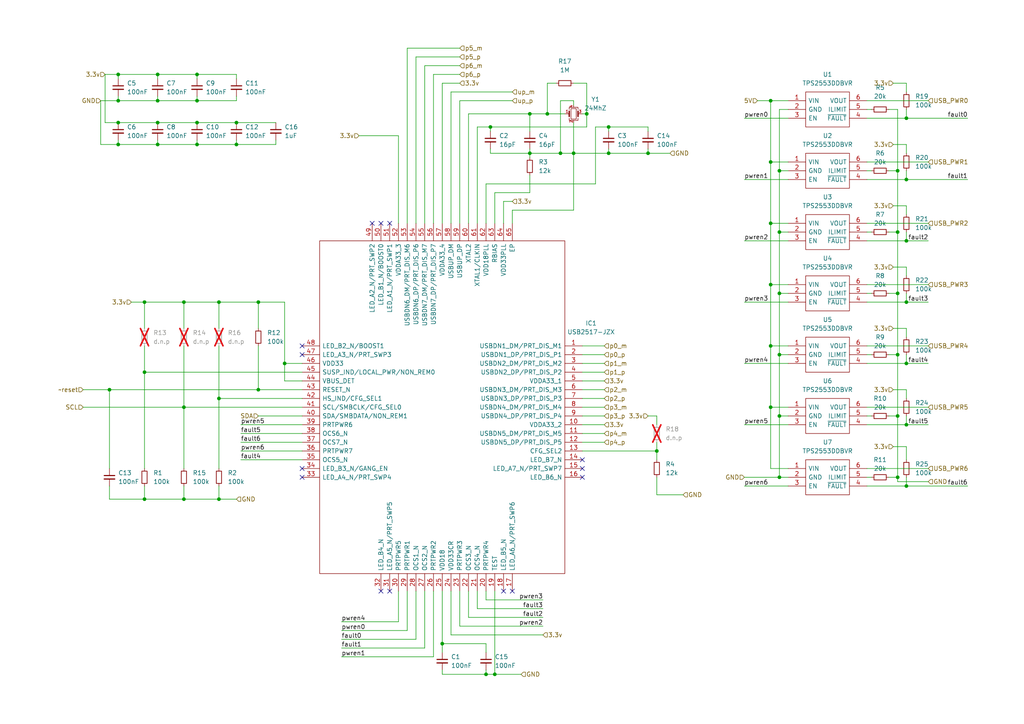
<source format=kicad_sch>
(kicad_sch (version 20230121) (generator eeschema)
  (paper "A4")
  (lib_symbols
    (symbol "Device:C_Small" (pin_numbers hide) (pin_names (offset 0.254) hide)
      (property "Reference" "C" (at 0.254 1.778 0))
      (property "Value" "C_Small" (at 0.254 -2.032 0))
      (symbol "C_Small_0_1"
        (polyline (pts (xy -1.524 -0.508) (xy 1.524 -0.508)) (stroke (width 0.3302)))
        (polyline (pts (xy -1.524 0.508) (xy 1.524 0.508)) (stroke (width 0.3048)))
      )
      (symbol "C_Small_1_1"
        (pin passive line (at 0 2.54 270) (length 2.032) (name "~") (number "1"))
        (pin passive line (at 0 -2.54 90) (length 2.032) (name "~") (number "2"))
      )
    )
    (symbol "Device:Crystal_GND24_Small" (pin_names (offset 1.016) hide)
      (property "Reference" "Y" (at 1.27 4.445 0))
      (property "Value" "Crystal_GND24_Small" (at 1.27 2.54 0))
      (symbol "Crystal_GND24_Small_0_1"
        (rectangle (start -0.762 -1.524) (end 0.762 1.524))
        (polyline (pts (xy -1.27 -0.762) (xy -1.27 0.762)) (stroke (width 0.381)))
        (polyline (pts (xy 1.27 -0.762) (xy 1.27 0.762)) (stroke (width 0.381)))
        (polyline (pts (xy -1.27 -1.27) (xy -1.27 -1.905) (xy 1.27 -1.905) (xy 1.27 -1.27)))
        (polyline (pts (xy -1.27 1.27) (xy -1.27 1.905) (xy 1.27 1.905) (xy 1.27 1.27)))
      )
      (symbol "Crystal_GND24_Small_1_1"
        (pin passive line (at -2.54 0 0) (length 1.27) (name "1") (number "1"))
        (pin passive line (at 0 -2.54 90) (length 0.635) (name "2") (number "2"))
        (pin passive line (at 2.54 0 180) (length 1.27) (name "3") (number "3"))
        (pin passive line (at 0 2.54 270) (length 0.635) (name "4") (number "4"))
      )
    )
    (symbol "Device:R_Small" (pin_numbers hide) (pin_names (offset 0.254) hide)
      (property "Reference" "R" (at 0.762 0.508 0))
      (property "Value" "R_Small" (at 0.762 -1.016 0))
      (symbol "R_Small_0_1"
        (rectangle (start -0.762 1.778) (end 0.762 -1.778) (stroke (width 0.2032)))
      )
      (symbol "R_Small_1_1"
        (pin passive line (at 0 2.54 270) (length 0.762) (name "~") (number "1"))
        (pin passive line (at 0 -2.54 90) (length 0.762) (name "~") (number "2"))
      )
    )
    (symbol "parts:MIC2019YM6-TR" (pin_names (offset 0.762))
      (property "Reference" "U13" (at 11.43 6.731 0))
      (property "Value" "MIC2019YM6-TR" (at 11.43 4.4196 0))
      (symbol "MIC2019YM6-TR_0_0"
        (pin power_in line (at 0 0 0) (length 5.08) (name "VIN") (number "1"))
        (pin power_in line (at 0 -2.54 0) (length 5.08) (name "GND") (number "2"))
        (pin input line (at 0 -5.08 0) (length 5.08) (name "EN") (number "3"))
        (pin output line (at 22.86 -5.08 180) (length 5.08) (name "~{FAULT}") (number "4"))
        (pin input line (at 22.86 -2.54 180) (length 5.08) (name "ILIMIT") (number "5"))
        (pin power_in line (at 22.86 0 180) (length 5.08) (name "VOUT") (number "6"))
      )
      (symbol "MIC2019YM6-TR_0_1"
        (rectangle (start 5.08 2.54) (end 17.78 -7.62))
      )
    )
    (symbol "parts:USB2517-JZX" (pin_names (offset 0.762))
      (property "Reference" "IC1" (at 78.74 12.7 0))
      (property "Value" "USB2517-JZX" (at 78.74 10.16 0))
      (symbol "USB2517-JZX_0_0"
        (pin passive line (at 0 0 0) (length 5.08) (name "USBDN1_DM/PRT_DIS_M1") (number "1"))
        (pin power_in line (at 0 -22.86 0) (length 5.08) (name "VDDA33_2") (number "10"))
        (pin passive line (at 0 -25.4 0) (length 5.08) (name "USBDN5_DM/PRT_DIS_M5") (number "11"))
        (pin passive line (at 0 -27.94 0) (length 5.08) (name "USBDN5_DP/PRT_DIS_P5") (number "12"))
        (pin passive line (at 0 -30.48 0) (length 5.08) (name "CFG_SEL2") (number "13"))
        (pin passive line (at 0 -33.02 0) (length 5.08) (name "LED_B7_N") (number "14"))
        (pin passive line (at 0 -35.56 0) (length 5.08) (name "LED_A7_N/PRT_SWP7") (number "15"))
        (pin passive line (at 0 -38.1 0) (length 5.08) (name "LED_B6_N") (number "16"))
        (pin passive line (at 20.32 -71.12 90) (length 5.08) (name "LED_A6_N/PRT_SWP6") (number "17"))
        (pin passive line (at 22.86 -71.12 90) (length 5.08) (name "LED_B5_N") (number "18"))
        (pin passive line (at 25.4 -71.12 90) (length 5.08) (name "TEST") (number "19"))
        (pin passive line (at 0 -2.54 0) (length 5.08) (name "USBDN1_DP/PRT_DIS_P1") (number "2"))
        (pin passive line (at 27.94 -71.12 90) (length 5.08) (name "PRTPWR4") (number "20"))
        (pin input line (at 30.48 -71.12 90) (length 5.08) (name "OCS4_N") (number "21"))
        (pin input line (at 33.02 -71.12 90) (length 5.08) (name "OCS3_N") (number "22"))
        (pin passive line (at 35.56 -71.12 90) (length 5.08) (name "PRTPWR3") (number "23"))
        (pin power_in line (at 38.1 -71.12 90) (length 5.08) (name "VDD33CR") (number "24"))
        (pin power_in line (at 40.64 -71.12 90) (length 5.08) (name "VDD18") (number "25"))
        (pin passive line (at 43.18 -71.12 90) (length 5.08) (name "PRTPWR2") (number "26"))
        (pin input line (at 45.72 -71.12 90) (length 5.08) (name "OCS2_N") (number "27"))
        (pin input line (at 48.26 -71.12 90) (length 5.08) (name "OCS1_N") (number "28"))
        (pin passive line (at 50.8 -71.12 90) (length 5.08) (name "PRTPWR1") (number "29"))
        (pin passive line (at 0 -5.08 0) (length 5.08) (name "USBDN2_DM/PRT_DIS_M2") (number "3"))
        (pin passive line (at 53.34 -71.12 90) (length 5.08) (name "PRTPWR5") (number "30"))
        (pin passive line (at 55.88 -71.12 90) (length 5.08) (name "LED_A5_N/PRT_SWP5") (number "31"))
        (pin passive line (at 58.42 -71.12 90) (length 5.08) (name "LED_B4_N") (number "32"))
        (pin passive line (at 81.28 -38.1 180) (length 5.08) (name "LED_A4_N/PRT_SWP4") (number "33"))
        (pin passive line (at 81.28 -35.56 180) (length 5.08) (name "LED_B3_N/GANG_EN") (number "34"))
        (pin input line (at 81.28 -33.02 180) (length 5.08) (name "OCS5_N") (number "35"))
        (pin passive line (at 81.28 -30.48 180) (length 5.08) (name "PRTPWR7") (number "36"))
        (pin input line (at 81.28 -27.94 180) (length 5.08) (name "OCS7_N") (number "37"))
        (pin input line (at 81.28 -25.4 180) (length 5.08) (name "OCS6_N") (number "38"))
        (pin passive line (at 81.28 -22.86 180) (length 5.08) (name "PRTPWR6") (number "39"))
        (pin passive line (at 0 -7.62 0) (length 5.08) (name "USBDN2_DP/PRT_DIS_P2") (number "4"))
        (pin passive line (at 81.28 -20.32 180) (length 5.08) (name "SDA/SMBDATA/NON_REM1") (number "40"))
        (pin input line (at 81.28 -17.78 180) (length 5.08) (name "SCL/SMBCLK/CFG_SEL0") (number "41"))
        (pin input line (at 81.28 -15.24 180) (length 5.08) (name "HS_IND/CFG_SEL1") (number "42"))
        (pin passive line (at 81.28 -12.7 180) (length 5.08) (name "RESET_N") (number "43"))
        (pin passive line (at 81.28 -10.16 180) (length 5.08) (name "VBUS_DET") (number "44"))
        (pin input line (at 81.28 -7.62 180) (length 5.08) (name "SUSP_IND/LOCAL_PWR/NON_REM0") (number "45"))
        (pin power_in line (at 81.28 -5.08 180) (length 5.08) (name "VDD33") (number "46"))
        (pin passive line (at 81.28 -2.54 180) (length 5.08) (name "LED_A3_N/PRT_SWP3") (number "47"))
        (pin passive line (at 81.28 0 180) (length 5.08) (name "LED_B2_N/BOOST1") (number "48"))
        (pin passive line (at 60.96 35.56 270) (length 5.08) (name "LED_A2_N/PRT_SWP2") (number "49"))
        (pin power_in line (at 0 -10.16 0) (length 5.08) (name "VDDA33_1") (number "5"))
        (pin passive line (at 58.42 35.56 270) (length 5.08) (name "LED_B1_N/BOOST0") (number "50"))
        (pin passive line (at 55.88 35.56 270) (length 5.08) (name "LED_A1_N/PRT_SWP1") (number "51"))
        (pin power_in line (at 53.34 35.56 270) (length 5.08) (name "VDDA33_3") (number "52"))
        (pin passive line (at 50.8 35.56 270) (length 5.08) (name "USBDN6_DM/PRT_DIS_M6") (number "53"))
        (pin passive line (at 48.26 35.56 270) (length 5.08) (name "USBDN6_DP/PRT_DIS_P6") (number "54"))
        (pin passive line (at 45.72 35.56 270) (length 5.08) (name "USBDN7_DM/PRT_DIS_M7") (number "55"))
        (pin passive line (at 43.18 35.56 270) (length 5.08) (name "USBDN7_DP/PRT_DIS_P7") (number "56"))
        (pin power_in line (at 40.64 35.56 270) (length 5.08) (name "VDDA33_4") (number "57"))
        (pin passive line (at 38.1 35.56 270) (length 5.08) (name "USBUP_DM") (number "58"))
        (pin passive line (at 35.56 35.56 270) (length 5.08) (name "USBUP_DP") (number "59"))
        (pin passive line (at 0 -12.7 0) (length 5.08) (name "USBDN3_DM/PRT_DIS_M3") (number "6"))
        (pin passive line (at 33.02 35.56 270) (length 5.08) (name "XTAL2") (number "60"))
        (pin input line (at 30.48 35.56 270) (length 5.08) (name "XTAL1/CLKIN") (number "61"))
        (pin power_in line (at 27.94 35.56 270) (length 5.08) (name "VDD18PLL") (number "62"))
        (pin passive line (at 25.4 35.56 270) (length 5.08) (name "RBIAS") (number "63"))
        (pin power_in line (at 22.86 35.56 270) (length 5.08) (name "VDD33PLL") (number "64"))
        (pin passive line (at 20.32 35.56 270) (length 5.08) (name "EP") (number "65"))
        (pin passive line (at 0 -15.24 0) (length 5.08) (name "USBDN3_DP/PRT_DIS_P3") (number "7"))
        (pin passive line (at 0 -17.78 0) (length 5.08) (name "USBDN4_DM/PRT_DIS_M4") (number "8"))
        (pin passive line (at 0 -20.32 0) (length 5.08) (name "USBDN4_DP/PRT_DIS_P4") (number "9"))
      )
      (symbol "USB2517-JZX_0_1"
        (polyline (pts (xy 5.08 30.48) (xy 76.2 30.48) (xy 76.2 -66.04) (xy 5.08 -66.04) (xy 5.08 30.48)) (stroke (width 0.1524)))
      )
    )
  )
  (junction (at 260.35 120.65))
  (junction (at 57.15 21.59))
  (junction (at 41.91 107.95))
  (junction (at 31.75 113.03))
  (junction (at 166.37 44.45))
  (junction (at 45.72 29.21))
  (junction (at 162.56 44.45))
  (junction (at 262.89 52.07))
  (junction (at 262.89 140.97))
  (junction (at 223.52 100.33))
  (junction (at 226.06 85.09))
  (junction (at 226.06 120.65))
  (junction (at 260.35 102.87))
  (junction (at 63.5 144.78))
  (junction (at 63.5 115.57))
  (junction (at 34.29 41.91))
  (junction (at 74.93 113.03))
  (junction (at 226.06 49.53))
  (junction (at 262.89 123.19))
  (junction (at 68.58 41.91))
  (junction (at 190.5 130.81))
  (junction (at 223.52 118.11))
  (junction (at 57.15 41.91))
  (junction (at 45.72 35.56))
  (junction (at 170.18 33.02))
  (junction (at 53.34 118.11))
  (junction (at 53.34 144.78))
  (junction (at 68.58 35.56))
  (junction (at 223.52 64.77))
  (junction (at 223.52 29.21))
  (junction (at 262.89 69.85))
  (junction (at 41.91 144.78))
  (junction (at 176.53 36.83))
  (junction (at 41.91 87.63))
  (junction (at 57.15 29.21))
  (junction (at 63.5 87.63))
  (junction (at 34.29 21.59))
  (junction (at 45.72 21.59))
  (junction (at 153.67 44.45))
  (junction (at 223.52 46.99))
  (junction (at 74.93 87.63))
  (junction (at 260.35 67.31))
  (junction (at 34.29 35.56))
  (junction (at 226.06 67.31))
  (junction (at 262.89 105.41))
  (junction (at 143.51 195.58))
  (junction (at 262.89 87.63))
  (junction (at 45.72 41.91))
  (junction (at 223.52 82.55))
  (junction (at 142.24 36.83))
  (junction (at 260.35 138.43))
  (junction (at 53.34 87.63))
  (junction (at 153.67 33.02))
  (junction (at 82.55 105.41))
  (junction (at 262.89 34.29))
  (junction (at 176.53 44.45))
  (junction (at 158.75 33.02))
  (junction (at 260.35 49.53))
  (junction (at 260.35 85.09))
  (junction (at 57.15 35.56))
  (junction (at 34.29 29.21))
  (junction (at 140.97 195.58))
  (junction (at 187.96 44.45))
  (junction (at 226.06 102.87))
  (junction (at 128.27 186.69))
  (junction (at 226.06 138.43))
  (no_connect (at 113.03 171.45))
  (no_connect (at 110.49 171.45))
  (no_connect (at 148.59 171.45))
  (no_connect (at 146.05 171.45))
  (no_connect (at 87.63 138.43))
  (no_connect (at 87.63 135.89))
  (no_connect (at 113.03 64.77))
  (no_connect (at 107.95 64.77))
  (no_connect (at 168.91 138.43))
  (no_connect (at 168.91 135.89))
  (no_connect (at 168.91 133.35))
  (no_connect (at 110.49 64.77))
  (no_connect (at 87.63 102.87))
  (no_connect (at 87.63 100.33))
  (wire (pts (xy 74.93 120.65) (xy 87.63 120.65)))
  (wire (pts (xy 140.97 194.31) (xy 140.97 195.58)))
  (wire (pts (xy 133.35 181.61) (xy 133.35 171.45)))
  (wire (pts (xy 24.13 118.11) (xy 53.34 118.11)))
  (wire (pts (xy 257.81 67.31) (xy 260.35 67.31)))
  (wire (pts (xy 259.08 24.13) (xy 262.89 24.13)))
  (wire (pts (xy 57.15 35.56) (xy 45.72 35.56)))
  (wire (pts (xy 34.29 40.64) (xy 34.29 41.91)))
  (wire (pts (xy 228.6 82.55) (xy 223.52 82.55)))
  (wire (pts (xy 31.75 140.97) (xy 31.75 144.78)))
  (wire (pts (xy 226.06 120.65) (xy 226.06 138.43)))
  (wire (pts (xy 251.46 105.41) (xy 262.89 105.41)))
  (wire (pts (xy 219.71 29.21) (xy 223.52 29.21)))
  (wire (pts (xy 31.75 113.03) (xy 31.75 135.89)))
  (wire (pts (xy 262.89 24.13) (xy 262.89 26.67)))
  (wire (pts (xy 162.56 29.21) (xy 162.56 44.45)))
  (wire (pts (xy 153.67 33.02) (xy 153.67 38.1)))
  (wire (pts (xy 223.52 82.55) (xy 223.52 100.33)))
  (wire (pts (xy 74.93 87.63) (xy 74.93 95.25)))
  (wire (pts (xy 262.89 123.19) (xy 269.24 123.19)))
  (wire (pts (xy 142.24 43.18) (xy 142.24 44.45)))
  (wire (pts (xy 142.24 36.83) (xy 142.24 38.1)))
  (wire (pts (xy 251.46 102.87) (xy 252.73 102.87)))
  (wire (pts (xy 34.29 27.94) (xy 34.29 29.21)))
  (wire (pts (xy 190.5 138.43) (xy 190.5 143.51)))
  (wire (pts (xy 115.57 180.34) (xy 115.57 171.45)))
  (wire (pts (xy 176.53 36.83) (xy 176.53 38.1)))
  (wire (pts (xy 153.67 44.45) (xy 162.56 44.45)))
  (wire (pts (xy 223.52 46.99) (xy 223.52 64.77)))
  (wire (pts (xy 223.52 29.21) (xy 223.52 46.99)))
  (wire (pts (xy 168.91 120.65) (xy 175.26 120.65)))
  (wire (pts (xy 41.91 135.89) (xy 41.91 107.95)))
  (wire (pts (xy 215.9 105.41) (xy 228.6 105.41)))
  (wire (pts (xy 82.55 105.41) (xy 87.63 105.41)))
  (wire (pts (xy 166.37 35.56) (xy 166.37 44.45)))
  (wire (pts (xy 251.46 140.97) (xy 262.89 140.97)))
  (wire (pts (xy 168.91 123.19) (xy 175.26 123.19)))
  (wire (pts (xy 128.27 186.69) (xy 128.27 189.23)))
  (wire (pts (xy 176.53 43.18) (xy 176.53 44.45)))
  (wire (pts (xy 260.35 120.65) (xy 260.35 102.87)))
  (wire (pts (xy 172.72 53.34) (xy 140.97 53.34)))
  (wire (pts (xy 226.06 67.31) (xy 226.06 49.53)))
  (wire (pts (xy 133.35 19.05) (xy 123.19 19.05)))
  (wire (pts (xy 123.19 19.05) (xy 123.19 64.77)))
  (wire (pts (xy 168.91 105.41) (xy 175.26 105.41)))
  (wire (pts (xy 215.9 52.07) (xy 228.6 52.07)))
  (wire (pts (xy 170.18 33.02) (xy 168.91 33.02)))
  (wire (pts (xy 168.91 130.81) (xy 190.5 130.81)))
  (wire (pts (xy 142.24 44.45) (xy 153.67 44.45)))
  (wire (pts (xy 133.35 16.51) (xy 120.65 16.51)))
  (wire (pts (xy 45.72 21.59) (xy 57.15 21.59)))
  (wire (pts (xy 259.08 95.25) (xy 262.89 95.25)))
  (wire (pts (xy 259.08 77.47) (xy 262.89 77.47)))
  (wire (pts (xy 260.35 67.31) (xy 260.35 49.53)))
  (wire (pts (xy 53.34 140.97) (xy 53.34 144.78)))
  (wire (pts (xy 41.91 100.33) (xy 41.91 107.95)))
  (wire (pts (xy 168.91 100.33) (xy 175.26 100.33)))
  (wire (pts (xy 262.89 69.85) (xy 269.24 69.85)))
  (wire (pts (xy 168.91 107.95) (xy 175.26 107.95)))
  (wire (pts (xy 80.01 41.91) (xy 80.01 40.64)))
  (wire (pts (xy 53.34 87.63) (xy 63.5 87.63)))
  (wire (pts (xy 262.89 87.63) (xy 269.24 87.63)))
  (wire (pts (xy 45.72 35.56) (xy 34.29 35.56)))
  (wire (pts (xy 260.35 138.43) (xy 260.35 120.65)))
  (wire (pts (xy 166.37 30.48) (xy 166.37 29.21)))
  (wire (pts (xy 41.91 107.95) (xy 87.63 107.95)))
  (wire (pts (xy 168.91 110.49) (xy 175.26 110.49)))
  (wire (pts (xy 63.5 87.63) (xy 74.93 87.63)))
  (wire (pts (xy 251.46 120.65) (xy 252.73 120.65)))
  (wire (pts (xy 226.06 85.09) (xy 226.06 67.31)))
  (wire (pts (xy 57.15 21.59) (xy 68.58 21.59)))
  (wire (pts (xy 187.96 36.83) (xy 187.96 38.1)))
  (wire (pts (xy 257.81 102.87) (xy 260.35 102.87)))
  (wire (pts (xy 140.97 53.34) (xy 140.97 64.77)))
  (wire (pts (xy 262.89 31.75) (xy 262.89 34.29)))
  (wire (pts (xy 251.46 69.85) (xy 262.89 69.85)))
  (wire (pts (xy 226.06 31.75) (xy 226.06 49.53)))
  (wire (pts (xy 135.89 33.02) (xy 135.89 64.77)))
  (wire (pts (xy 138.43 176.53) (xy 157.48 176.53)))
  (wire (pts (xy 115.57 39.37) (xy 115.57 64.77)))
  (wire (pts (xy 215.9 123.19) (xy 228.6 123.19)))
  (wire (pts (xy 262.89 34.29) (xy 280.67 34.29)))
  (wire (pts (xy 168.91 125.73) (xy 175.26 125.73)))
  (wire (pts (xy 153.67 33.02) (xy 135.89 33.02)))
  (wire (pts (xy 259.08 113.03) (xy 262.89 113.03)))
  (wire (pts (xy 120.65 185.42) (xy 120.65 171.45)))
  (wire (pts (xy 153.67 55.88) (xy 143.51 55.88)))
  (wire (pts (xy 176.53 36.83) (xy 187.96 36.83)))
  (wire (pts (xy 228.6 31.75) (xy 226.06 31.75)))
  (wire (pts (xy 168.91 118.11) (xy 175.26 118.11)))
  (wire (pts (xy 45.72 21.59) (xy 45.72 22.86)))
  (wire (pts (xy 63.5 144.78) (xy 63.5 140.97)))
  (wire (pts (xy 99.06 185.42) (xy 120.65 185.42)))
  (wire (pts (xy 262.89 140.97) (xy 280.67 140.97)))
  (wire (pts (xy 260.35 31.75) (xy 257.81 31.75)))
  (wire (pts (xy 63.5 115.57) (xy 87.63 115.57)))
  (wire (pts (xy 57.15 29.21) (xy 45.72 29.21)))
  (wire (pts (xy 190.5 128.27) (xy 190.5 130.81)))
  (wire (pts (xy 251.46 52.07) (xy 262.89 52.07)))
  (wire (pts (xy 87.63 128.27) (xy 69.85 128.27)))
  (wire (pts (xy 251.46 135.89) (xy 269.24 135.89)))
  (wire (pts (xy 45.72 40.64) (xy 45.72 41.91)))
  (wire (pts (xy 57.15 40.64) (xy 57.15 41.91)))
  (wire (pts (xy 130.81 171.45) (xy 130.81 184.15)))
  (wire (pts (xy 82.55 87.63) (xy 82.55 105.41)))
  (wire (pts (xy 34.29 21.59) (xy 45.72 21.59)))
  (wire (pts (xy 74.93 100.33) (xy 74.93 113.03)))
  (wire (pts (xy 228.6 29.21) (xy 223.52 29.21)))
  (wire (pts (xy 260.35 102.87) (xy 260.35 85.09)))
  (wire (pts (xy 63.5 144.78) (xy 68.58 144.78)))
  (wire (pts (xy 41.91 140.97) (xy 41.91 144.78)))
  (wire (pts (xy 166.37 44.45) (xy 166.37 60.96)))
  (wire (pts (xy 31.75 113.03) (xy 74.93 113.03)))
  (wire (pts (xy 68.58 27.94) (xy 68.58 29.21)))
  (wire (pts (xy 251.46 67.31) (xy 252.73 67.31)))
  (wire (pts (xy 34.29 41.91) (xy 45.72 41.91)))
  (wire (pts (xy 162.56 44.45) (xy 166.37 44.45)))
  (wire (pts (xy 262.89 129.54) (xy 262.89 133.35)))
  (wire (pts (xy 133.35 13.97) (xy 118.11 13.97)))
  (wire (pts (xy 215.9 34.29) (xy 228.6 34.29)))
  (wire (pts (xy 257.81 85.09) (xy 260.35 85.09)))
  (wire (pts (xy 260.35 49.53) (xy 260.35 31.75)))
  (wire (pts (xy 166.37 24.13) (xy 170.18 24.13)))
  (wire (pts (xy 226.06 102.87) (xy 226.06 85.09)))
  (wire (pts (xy 45.72 27.94) (xy 45.72 29.21)))
  (wire (pts (xy 228.6 102.87) (xy 226.06 102.87)))
  (wire (pts (xy 138.43 36.83) (xy 142.24 36.83)))
  (wire (pts (xy 57.15 21.59) (xy 57.15 22.86)))
  (wire (pts (xy 41.91 87.63) (xy 53.34 87.63)))
  (wire (pts (xy 118.11 182.88) (xy 118.11 171.45)))
  (wire (pts (xy 45.72 41.91) (xy 57.15 41.91)))
  (wire (pts (xy 226.06 49.53) (xy 228.6 49.53)))
  (wire (pts (xy 158.75 33.02) (xy 153.67 33.02)))
  (wire (pts (xy 251.46 34.29) (xy 262.89 34.29)))
  (wire (pts (xy 151.13 195.58) (xy 143.51 195.58)))
  (wire (pts (xy 166.37 29.21) (xy 162.56 29.21)))
  (wire (pts (xy 172.72 36.83) (xy 172.72 53.34)))
  (wire (pts (xy 262.89 77.47) (xy 262.89 80.01)))
  (wire (pts (xy 41.91 95.25) (xy 41.91 87.63)))
  (wire (pts (xy 251.46 138.43) (xy 252.73 138.43)))
  (wire (pts (xy 262.89 102.87) (xy 262.89 105.41)))
  (wire (pts (xy 260.35 139.7) (xy 260.35 138.43)))
  (wire (pts (xy 228.6 67.31) (xy 226.06 67.31)))
  (wire (pts (xy 257.81 120.65) (xy 260.35 120.65)))
  (wire (pts (xy 68.58 35.56) (xy 80.01 35.56)))
  (wire (pts (xy 251.46 64.77) (xy 269.24 64.77)))
  (wire (pts (xy 128.27 186.69) (xy 140.97 186.69)))
  (wire (pts (xy 260.35 139.7) (xy 269.24 139.7)))
  (wire (pts (xy 57.15 27.94) (xy 57.15 29.21)))
  (wire (pts (xy 38.1 87.63) (xy 41.91 87.63)))
  (wire (pts (xy 128.27 195.58) (xy 128.27 194.31)))
  (wire (pts (xy 140.97 195.58) (xy 128.27 195.58)))
  (wire (pts (xy 68.58 21.59) (xy 68.58 22.86)))
  (wire (pts (xy 176.53 44.45) (xy 187.96 44.45)))
  (wire (pts (xy 30.48 21.59) (xy 34.29 21.59)))
  (wire (pts (xy 138.43 64.77) (xy 138.43 36.83)))
  (wire (pts (xy 259.08 129.54) (xy 262.89 129.54)))
  (wire (pts (xy 68.58 35.56) (xy 57.15 35.56)))
  (wire (pts (xy 215.9 69.85) (xy 228.6 69.85)))
  (wire (pts (xy 215.9 140.97) (xy 228.6 140.97)))
  (wire (pts (xy 172.72 36.83) (xy 176.53 36.83)))
  (wire (pts (xy 63.5 87.63) (xy 63.5 95.25)))
  (wire (pts (xy 125.73 21.59) (xy 125.73 64.77)))
  (wire (pts (xy 133.35 29.21) (xy 133.35 64.77)))
  (wire (pts (xy 170.18 24.13) (xy 170.18 33.02)))
  (wire (pts (xy 69.85 130.81) (xy 87.63 130.81)))
  (wire (pts (xy 228.6 100.33) (xy 223.52 100.33)))
  (wire (pts (xy 118.11 13.97) (xy 118.11 64.77)))
  (wire (pts (xy 140.97 189.23) (xy 140.97 186.69)))
  (wire (pts (xy 251.46 100.33) (xy 269.24 100.33)))
  (wire (pts (xy 228.6 64.77) (xy 223.52 64.77)))
  (wire (pts (xy 168.91 115.57) (xy 175.26 115.57)))
  (wire (pts (xy 135.89 171.45) (xy 135.89 179.07)))
  (wire (pts (xy 163.83 33.02) (xy 158.75 33.02)))
  (wire (pts (xy 262.89 41.91) (xy 262.89 44.45)))
  (wire (pts (xy 251.46 31.75) (xy 252.73 31.75)))
  (wire (pts (xy 57.15 41.91) (xy 68.58 41.91)))
  (wire (pts (xy 262.89 120.65) (xy 262.89 123.19)))
  (wire (pts (xy 87.63 133.35) (xy 69.85 133.35)))
  (wire (pts (xy 53.34 87.63) (xy 53.34 95.25)))
  (wire (pts (xy 190.5 130.81) (xy 190.5 133.35)))
  (wire (pts (xy 63.5 100.33) (xy 63.5 115.57)))
  (wire (pts (xy 153.67 44.45) (xy 153.67 45.72)))
  (wire (pts (xy 251.46 123.19) (xy 262.89 123.19)))
  (wire (pts (xy 190.5 123.19) (xy 190.5 120.65)))
  (wire (pts (xy 223.52 118.11) (xy 228.6 118.11)))
  (wire (pts (xy 251.46 29.21) (xy 269.24 29.21)))
  (wire (pts (xy 228.6 135.89) (xy 223.52 135.89)))
  (wire (pts (xy 262.89 95.25) (xy 262.89 97.79)))
  (wire (pts (xy 99.06 190.5) (xy 125.73 190.5)))
  (wire (pts (xy 153.67 43.18) (xy 153.67 44.45)))
  (wire (pts (xy 146.05 58.42) (xy 148.59 58.42)))
  (wire (pts (xy 228.6 138.43) (xy 226.06 138.43)))
  (wire (pts (xy 120.65 16.51) (xy 120.65 64.77)))
  (wire (pts (xy 262.89 138.43) (xy 262.89 140.97)))
  (wire (pts (xy 226.06 102.87) (xy 226.06 120.65)))
  (wire (pts (xy 251.46 49.53) (xy 252.73 49.53)))
  (wire (pts (xy 104.14 39.37) (xy 115.57 39.37)))
  (wire (pts (xy 187.96 120.65) (xy 190.5 120.65)))
  (wire (pts (xy 168.91 102.87) (xy 175.26 102.87)))
  (wire (pts (xy 161.29 24.13) (xy 158.75 24.13)))
  (wire (pts (xy 262.89 67.31) (xy 262.89 69.85)))
  (wire (pts (xy 157.48 173.99) (xy 140.97 173.99)))
  (wire (pts (xy 251.46 46.99) (xy 269.24 46.99)))
  (wire (pts (xy 53.34 144.78) (xy 63.5 144.78)))
  (wire (pts (xy 257.81 49.53) (xy 260.35 49.53)))
  (wire (pts (xy 148.59 29.21) (xy 133.35 29.21)))
  (wire (pts (xy 29.21 41.91) (xy 34.29 41.91)))
  (wire (pts (xy 87.63 125.73) (xy 69.85 125.73)))
  (wire (pts (xy 133.35 24.13) (xy 128.27 24.13)))
  (wire (pts (xy 128.27 24.13) (xy 128.27 64.77)))
  (wire (pts (xy 30.48 35.56) (xy 30.48 21.59)))
  (wire (pts (xy 158.75 24.13) (xy 158.75 33.02)))
  (wire (pts (xy 223.52 135.89) (xy 223.52 118.11)))
  (wire (pts (xy 87.63 110.49) (xy 82.55 110.49)))
  (wire (pts (xy 82.55 110.49) (xy 82.55 105.41)))
  (wire (pts (xy 257.81 138.43) (xy 260.35 138.43)))
  (wire (pts (xy 34.29 35.56) (xy 30.48 35.56)))
  (wire (pts (xy 142.24 36.83) (xy 170.18 36.83)))
  (wire (pts (xy 251.46 87.63) (xy 262.89 87.63)))
  (wire (pts (xy 259.08 59.69) (xy 262.89 59.69)))
  (wire (pts (xy 187.96 44.45) (xy 194.31 44.45)))
  (wire (pts (xy 262.89 105.41) (xy 269.24 105.41)))
  (wire (pts (xy 168.91 113.03) (xy 175.26 113.03)))
  (wire (pts (xy 262.89 49.53) (xy 262.89 52.07)))
  (wire (pts (xy 99.06 187.96) (xy 123.19 187.96)))
  (wire (pts (xy 99.06 182.88) (xy 118.11 182.88)))
  (wire (pts (xy 31.75 144.78) (xy 41.91 144.78)))
  (wire (pts (xy 148.59 26.67) (xy 130.81 26.67)))
  (wire (pts (xy 228.6 85.09) (xy 226.06 85.09)))
  (wire (pts (xy 262.89 85.09) (xy 262.89 87.63)))
  (wire (pts (xy 68.58 29.21) (xy 57.15 29.21)))
  (wire (pts (xy 170.18 36.83) (xy 170.18 33.02)))
  (wire (pts (xy 140.97 173.99) (xy 140.97 171.45)))
  (wire (pts (xy 198.12 143.51) (xy 190.5 143.51)))
  (wire (pts (xy 41.91 144.78) (xy 53.34 144.78)))
  (wire (pts (xy 259.08 41.91) (xy 262.89 41.91)))
  (wire (pts (xy 166.37 44.45) (xy 176.53 44.45)))
  (wire (pts (xy 215.9 87.63) (xy 228.6 87.63)))
  (wire (pts (xy 251.46 85.09) (xy 252.73 85.09)))
  (wire (pts (xy 262.89 113.03) (xy 262.89 115.57)))
  (wire (pts (xy 24.13 113.03) (xy 31.75 113.03)))
  (wire (pts (xy 148.59 60.96) (xy 166.37 60.96)))
  (wire (pts (xy 215.9 138.43) (xy 226.06 138.43)))
  (wire (pts (xy 251.46 82.55) (xy 269.24 82.55)))
  (wire (pts (xy 123.19 187.96) (xy 123.19 171.45)))
  (wire (pts (xy 223.52 64.77) (xy 223.52 82.55)))
  (wire (pts (xy 251.46 118.11) (xy 269.24 118.11)))
  (wire (pts (xy 148.59 64.77) (xy 148.59 60.96)))
  (wire (pts (xy 143.51 195.58) (xy 140.97 195.58)))
  (wire (pts (xy 34.29 21.59) (xy 34.29 22.86)))
  (wire (pts (xy 29.21 29.21) (xy 29.21 41.91)))
  (wire (pts (xy 146.05 64.77) (xy 146.05 58.42)))
  (wire (pts (xy 143.51 55.88) (xy 143.51 64.77)))
  (wire (pts (xy 153.67 50.8) (xy 153.67 55.88)))
  (wire (pts (xy 168.91 128.27) (xy 175.26 128.27)))
  (wire (pts (xy 125.73 190.5) (xy 125.73 171.45)))
  (wire (pts (xy 143.51 171.45) (xy 143.51 195.58)))
  (wire (pts (xy 133.35 181.61) (xy 157.48 181.61)))
  (wire (pts (xy 262.89 52.07) (xy 280.67 52.07)))
  (wire (pts (xy 53.34 100.33) (xy 53.34 118.11)))
  (wire (pts (xy 228.6 120.65) (xy 226.06 120.65)))
  (wire (pts (xy 135.89 179.07) (xy 157.48 179.07)))
  (wire (pts (xy 228.6 46.99) (xy 223.52 46.99)))
  (wire (pts (xy 53.34 118.11) (xy 87.63 118.11)))
  (wire (pts (xy 138.43 171.45) (xy 138.43 176.53)))
  (wire (pts (xy 130.81 26.67) (xy 130.81 64.77)))
  (wire (pts (xy 99.06 180.34) (xy 115.57 180.34)))
  (wire (pts (xy 74.93 113.03) (xy 87.63 113.03)))
  (wire (pts (xy 187.96 43.18) (xy 187.96 44.45)))
  (wire (pts (xy 133.35 21.59) (xy 125.73 21.59)))
  (wire (pts (xy 63.5 135.89) (xy 63.5 115.57)))
  (wire (pts (xy 34.29 29.21) (xy 29.21 29.21)))
  (wire (pts (xy 68.58 41.91) (xy 68.58 40.64)))
  (wire (pts (xy 130.81 184.15) (xy 157.48 184.15)))
  (wire (pts (xy 260.35 85.09) (xy 260.35 67.31)))
  (wire (pts (xy 262.89 59.69) (xy 262.89 62.23)))
  (wire (pts (xy 223.52 100.33) (xy 223.52 118.11)))
  (wire (pts (xy 74.93 87.63) (xy 82.55 87.63)))
  (wire (pts (xy 68.58 41.91) (xy 80.01 41.91)))
  (wire (pts (xy 69.85 123.19) (xy 87.63 123.19)))
  (wire (pts (xy 128.27 171.45) (xy 128.27 186.69)))
  (wire (pts (xy 53.34 118.11) (xy 53.34 135.89)))
  (wire (pts (xy 45.72 29.21) (xy 34.29 29.21)))
  (label "pwren5" (at 215.9 123.19 0))
  (label "pwren6" (at 215.9 140.97 0))
  (label "pwren0" (at 215.9 34.29 0))
  (label "fault0" (at 280.67 34.29 180))
  (label "fault2" (at 269.24 69.85 180))
  (label "pwren5" (at 69.85 123.19 0))
  (label "pwren0" (at 99.06 182.88 0))
  (label "pwren1" (at 215.9 52.07 0))
  (label "pwren2" (at 215.9 69.85 0))
  (label "fault0" (at 99.06 185.42 0))
  (label "fault6" (at 280.67 140.97 180))
  (label "pwren4" (at 99.06 180.34 0))
  (label "pwren1" (at 99.06 190.5 0))
  (label "pwren4" (at 215.9 105.41 0))
  (label "fault3" (at 157.48 176.53 180))
  (label "fault6" (at 69.85 128.27 0))
  (label "fault4" (at 269.24 105.41 180))
  (label "pwren3" (at 215.9 87.63 0))
  (label "fault3" (at 269.24 87.63 180))
  (label "fault5" (at 69.85 125.73 0))
  (label "fault5" (at 269.24 123.19 180))
  (label "fault1" (at 280.67 52.07 180))
  (label "fault1" (at 99.06 187.96 0))
  (label "fault2" (at 157.48 179.07 180))
  (label "pwren2" (at 157.48 181.61 180))
  (label "pwren6" (at 69.85 130.81 0))
  (label "fault4" (at 69.85 133.35 0))
  (label "pwren3" (at 157.48 173.99 180))
  (hierarchical_label "3.3v" (shape input) (at 259.08 129.54 180))
  (hierarchical_label "USB_PWR1" (shape input) (at 269.24 46.99 0))
  (hierarchical_label "SDA" (shape input) (at 74.93 120.65 180))
  (hierarchical_label "p5_m" (shape input) (at 133.35 13.97 0))
  (hierarchical_label "SCL" (shape input) (at 24.13 118.11 180))
  (hierarchical_label "p3_m" (shape input) (at 175.26 118.11 0))
  (hierarchical_label "3.3v" (shape input) (at 148.59 58.42 0))
  (hierarchical_label "up_p" (shape input) (at 148.59 29.21 0))
  (hierarchical_label "3.3v" (shape input) (at 30.48 21.59 180))
  (hierarchical_label "3.3v" (shape input) (at 187.96 120.65 180))
  (hierarchical_label "3.3v" (shape input) (at 38.1 87.63 180))
  (hierarchical_label "GND" (shape input) (at 68.58 144.78 0))
  (hierarchical_label "GND" (shape input) (at 29.21 29.21 180))
  (hierarchical_label "3.3v" (shape input) (at 259.08 113.03 180))
  (hierarchical_label "3.3v" (shape input) (at 259.08 95.25 180))
  (hierarchical_label "3.3v" (shape input) (at 259.08 41.91 180))
  (hierarchical_label "3.3v" (shape input) (at 259.08 59.69 180))
  (hierarchical_label "USB_PWR0" (shape input) (at 269.24 29.21 0))
  (hierarchical_label "3.3v" (shape input) (at 259.08 24.13 180))
  (hierarchical_label "p1_p" (shape input) (at 175.26 107.95 0))
  (hierarchical_label "p3_p" (shape input) (at 175.26 120.65 0))
  (hierarchical_label "~reset" (shape input) (at 24.13 113.03 180))
  (hierarchical_label "GND" (shape input) (at 215.9 138.43 180))
  (hierarchical_label "GND" (shape input) (at 198.12 143.51 0))
  (hierarchical_label "up_m" (shape input) (at 148.59 26.67 0))
  (hierarchical_label "3.3v" (shape input) (at 157.48 184.15 0))
  (hierarchical_label "GND" (shape input) (at 194.31 44.45 0))
  (hierarchical_label "p4_m" (shape input) (at 175.26 125.73 0))
  (hierarchical_label "USB_PWR6" (shape input) (at 269.24 135.89 0))
  (hierarchical_label "p0_p" (shape input) (at 175.26 102.87 0))
  (hierarchical_label "p2_p" (shape input) (at 175.26 115.57 0))
  (hierarchical_label "USB_PWR2" (shape input) (at 269.24 64.77 0))
  (hierarchical_label "GND" (shape input) (at 269.24 139.7 0))
  (hierarchical_label "USB_PWR5" (shape input) (at 269.24 118.11 0))
  (hierarchical_label "5V" (shape input) (at 219.71 29.21 180))
  (hierarchical_label "p2_m" (shape input) (at 175.26 113.03 0))
  (hierarchical_label "USB_PWR4" (shape input) (at 269.24 100.33 0))
  (hierarchical_label "p4_p" (shape input) (at 175.26 128.27 0))
  (hierarchical_label "p0_m" (shape input) (at 175.26 100.33 0))
  (hierarchical_label "USB_PWR3" (shape input) (at 269.24 82.55 0))
  (hierarchical_label "3.3v" (shape input) (at 104.14 39.37 180))
  (hierarchical_label "p6_m" (shape input) (at 133.35 19.05 0))
  (hierarchical_label "3.3v" (shape input) (at 259.08 77.47 180))
  (hierarchical_label "3.3v" (shape input) (at 133.35 24.13 0))
  (hierarchical_label "p6_p" (shape input) (at 133.35 21.59 0))
  (hierarchical_label "p5_p" (shape input) (at 133.35 16.51 0))
  (hierarchical_label "p1_m" (shape input) (at 175.26 105.41 0))
  (hierarchical_label "3.3v" (shape input) (at 175.26 110.49 0))
  (hierarchical_label "3.3v" (shape input) (at 175.26 123.19 0))
  (hierarchical_label "GND" (shape input) (at 151.13 195.58 0))
  (symbol (lib_id "Device:R_Small") (at 153.67 48.26 0) (unit 1)
    (property "Reference" "R3" (at 156.21 46.9899 0) (effects (justify left)))
    (property "Value" "12k" (at 156.21 49.5299 0) (effects (justify left)))
    (property "Footprint" "Capacitor_SMD:C_0603_1608Metric" (effects hide))
  )
  (symbol (lib_id "Device:R_Small") (at 262.89 135.89 180) (unit 1)
    (property "Reference" "R25" (at 265.43 134.62 0) (effects (justify right)))
    (property "Value" "100k" (at 265.43 137.16 0) (effects (justify right)))
    (property "Footprint" "Capacitor_SMD:C_0603_1608Metric" (effects hide))
  )
  (symbol (lib_id "Device:R_Small") (at 190.5 135.89 0) (unit 1)
    (property "Reference" "R4" (at 193.04 134.6199 0) (effects (justify left)))
    (property "Value" "12k" (at 193.04 137.1599 0) (effects (justify left)))
    (property "Footprint" "Capacitor_SMD:C_0603_1608Metric" (effects hide))
  )
  (symbol (lib_id "Device:R_Small") (at 63.5 138.43 0) (unit 1)
    (property "Reference" "R2" (at 66.04 137.1599 0) (effects (justify left)))
    (property "Value" "100k" (at 66.04 139.6999 0) (effects (justify left)))
    (property "Footprint" "Capacitor_SMD:C_0603_1608Metric" (effects hide))
  )
  (symbol (lib_id "Device:C_Small") (at 34.29 38.1 0) (unit 1)
    (property "Reference" "C6" (at 36.83 36.8362 0) (effects (justify left)))
    (property "Value" "100nF" (at 36.83 39.3762 0) (effects (justify left)))
    (property "Footprint" "Capacitor_SMD:C_0402_1005Metric" (effects hide))
  )
  (symbol (lib_id "Device:C_Small") (at 45.72 38.1 0) (unit 1)
    (property "Reference" "C8" (at 48.26 36.8362 0) (effects (justify left)))
    (property "Value" "100nF" (at 48.26 39.3762 0) (effects (justify left)))
    (property "Footprint" "Capacitor_SMD:C_0402_1005Metric" (effects hide))
  )
  (symbol (lib_id "Device:C_Small") (at 176.53 40.64 0) (unit 1)
    (property "Reference" "C3" (at 179.07 39.3763 0) (effects (justify left)))
    (property "Value" "100nF" (at 179.07 41.9163 0) (effects (justify left)))
    (property "Footprint" "Capacitor_SMD:C_0402_1005Metric" (effects hide))
  )
  (symbol (lib_id "parts:MIC2019YM6-TR") (at 228.6 100.33 0) (unit 1)
    (property "Reference" "U5" (at 240.03 92.71 0))
    (property "Value" "TPS2553DDBVR" (at 240.03 95.25 0))
    (property "Footprint" "Package_SO:TSOP-6_1.65x3.05mm_P0.95mm" (effects hide))
    (property "Datasheet" "https://datasheet.lcsc.com/lcsc/2304140030_Texas-Instruments-TPS2553DDBVR_C521201.pdf" (effects hide))
    (property "MPN" "TPS2553DDBVR" (effects hide))
  )
  (symbol (lib_id "Device:R_Small") (at 262.89 100.33 180) (unit 1)
    (property "Reference" "R23" (at 265.43 99.06 0) (effects (justify right)))
    (property "Value" "100k" (at 265.43 101.6 0) (effects (justify right)))
    (property "Footprint" "Capacitor_SMD:C_0603_1608Metric" (effects hide))
  )
  (symbol (lib_id "parts:MIC2019YM6-TR") (at 228.6 82.55 0) (unit 1)
    (property "Reference" "U4" (at 240.03 74.93 0))
    (property "Value" "TPS2553DDBVR" (at 240.03 77.47 0))
    (property "Footprint" "Package_SO:TSOP-6_1.65x3.05mm_P0.95mm" (effects hide))
    (property "Datasheet" "https://datasheet.lcsc.com/lcsc/2304140030_Texas-Instruments-TPS2553DDBVR_C521201.pdf" (effects hide))
    (property "MPN" "TPS2553DDBVR" (effects hide))
  )
  (symbol (lib_id "Device:C_Small") (at 68.58 25.4 0) (unit 1)
    (property "Reference" "C11" (at 71.12 24.1362 0) (effects (justify left)))
    (property "Value" "100nF" (at 71.12 26.6762 0) (effects (justify left)))
    (property "Footprint" "Capacitor_SMD:C_0402_1005Metric" (effects hide))
  )
  (symbol (lib_id "Device:R_Small") (at 74.93 97.79 0) (unit 1)
    (property "Reference" "R12" (at 77.47 96.5199 0) (effects (justify left)))
    (property "Value" "100k" (at 77.47 99.0599 0) (effects (justify left)))
    (property "Footprint" "Capacitor_SMD:C_0603_1608Metric" (effects hide))
  )
  (symbol (lib_id "Device:C_Small") (at 68.58 38.1 0) (unit 1)
    (property "Reference" "C12" (at 71.12 36.8362 0) (effects (justify left)))
    (property "Value" "100nF" (at 71.12 39.3762 0) (effects (justify left)))
    (property "Footprint" "Capacitor_SMD:C_0402_1005Metric" (effects hide))
  )
  (symbol (lib_id "Device:C_Small") (at 31.75 138.43 0) (unit 1)
    (property "Reference" "C13" (at 34.29 137.1662 0) (effects (justify left)))
    (property "Value" "100nF" (at 34.29 139.7062 0) (effects (justify left)))
    (property "Footprint" "Capacitor_SMD:C_0402_1005Metric" (effects hide))
  )
  (symbol (lib_id "Device:Crystal_GND24_Small") (at 166.37 33.02 0) (unit 1)
    (property "Reference" "Y1" (at 172.72 28.8291 0))
    (property "Value" "24MhZ" (at 172.72 31.3691 0))
    (property "Footprint" "Oscillator:Oscillator_SMD_Abracon_ASE-4Pin_3.2x2.5mm_HandSoldering" (effects hide))
  )
  (symbol (lib_id "Device:R_Small") (at 262.89 46.99 180) (unit 1)
    (property "Reference" "R20" (at 265.43 45.72 0) (effects (justify right)))
    (property "Value" "100k" (at 265.43 48.26 0) (effects (justify right)))
    (property "Footprint" "Capacitor_SMD:C_0603_1608Metric" (effects hide))
  )
  (symbol (lib_id "Device:C_Small") (at 57.15 38.1 0) (unit 1)
    (property "Reference" "C10" (at 59.69 36.8362 0) (effects (justify left)))
    (property "Value" "100nF" (at 59.69 39.3762 0) (effects (justify left)))
    (property "Footprint" "Capacitor_SMD:C_0402_1005Metric" (effects hide))
  )
  (symbol (lib_id "parts:MIC2019YM6-TR") (at 228.6 118.11 0) (unit 1)
    (property "Reference" "U6" (at 240.03 110.49 0))
    (property "Value" "TPS2553DDBVR" (at 240.03 113.03 0))
    (property "Footprint" "Package_SO:TSOP-6_1.65x3.05mm_P0.95mm" (effects hide))
    (property "Datasheet" "https://datasheet.lcsc.com/lcsc/2304140030_Texas-Instruments-TPS2553DDBVR_C521201.pdf" (effects hide))
    (property "MPN" "TPS2553DDBVR" (effects hide))
  )
  (symbol (lib_id "Device:C_Small") (at 187.96 40.64 0) (unit 1)
    (property "Reference" "C14" (at 190.5 39.3763 0) (effects (justify left)))
    (property "Value" "100nF" (at 190.5 41.9163 0) (effects (justify left)))
    (property "Footprint" "Capacitor_SMD:C_0402_1005Metric" (effects hide))
  )
  (symbol (lib_id "Device:R_Small") (at 262.89 29.21 180) (unit 1)
    (property "Reference" "R19" (at 265.43 27.94 0) (effects (justify right)))
    (property "Value" "100k" (at 265.43 30.48 0) (effects (justify right)))
    (property "Footprint" "Capacitor_SMD:C_0603_1608Metric" (effects hide))
  )
  (symbol (lib_id "Device:R_Small") (at 255.27 85.09 90) (unit 1)
    (property "Reference" "R8" (at 255.27 80.01 90))
    (property "Value" "20k" (at 255.27 82.55 90))
    (property "Footprint" "Capacitor_SMD:C_0603_1608Metric" (effects hide))
  )
  (symbol (lib_id "Device:C_Small") (at 153.67 40.64 0) (unit 1)
    (property "Reference" "C4" (at 156.21 39.3762 0) (effects (justify left)))
    (property "Value" "16pF" (at 156.21 41.9162 0) (effects (justify left)))
    (property "Footprint" "Capacitor_SMD:C_0402_1005Metric" (effects hide))
  )
  (symbol (lib_id "Device:R_Small") (at 190.5 125.73 0) (unit 1) (dnp yes)
    (property "Reference" "R18" (at 193.04 124.4599 0) (effects (justify left)))
    (property "Value" "d.n.p" (at 193.04 126.9999 0) (effects (justify left)))
    (property "Footprint" "Capacitor_SMD:C_0603_1608Metric" (effects hide))
  )
  (symbol (lib_id "Device:R_Small") (at 163.83 24.13 90) (unit 1)
    (property "Reference" "R17" (at 163.83 17.78 90))
    (property "Value" "1M" (at 163.83 20.32 90))
    (property "Footprint" "Capacitor_SMD:C_0603_1608Metric" (effects hide))
  )
  (symbol (lib_id "Device:C_Small") (at 80.01 38.1 0) (unit 1)
    (property "Reference" "C16" (at 82.55 36.8363 0) (effects (justify left)))
    (property "Value" "1uF" (at 82.55 39.3763 0) (effects (justify left)))
    (property "Footprint" "Capacitor_SMD:C_0402_1005Metric" (effects hide))
  )
  (symbol (lib_id "Device:R_Small") (at 255.27 31.75 90) (unit 1)
    (property "Reference" "R5" (at 255.27 25.4 90))
    (property "Value" "20k" (at 255.27 27.94 90))
    (property "Footprint" "Capacitor_SMD:C_0603_1608Metric" (effects hide))
  )
  (symbol (lib_id "parts:MIC2019YM6-TR") (at 228.6 64.77 0) (unit 1)
    (property "Reference" "U3" (at 240.03 57.15 0))
    (property "Value" "TPS2553DDBVR" (at 240.03 59.69 0))
    (property "Footprint" "Package_SO:TSOP-6_1.65x3.05mm_P0.95mm" (effects hide))
    (property "Datasheet" "https://datasheet.lcsc.com/lcsc/2304140030_Texas-Instruments-TPS2553DDBVR_C521201.pdf" (effects hide))
    (property "MPN" "TPS2553DDBVR" (effects hide))
  )
  (symbol (lib_id "Device:R_Small") (at 255.27 67.31 90) (unit 1)
    (property "Reference" "R7" (at 255.27 62.23 90))
    (property "Value" "20k" (at 255.27 64.77 90))
    (property "Footprint" "Capacitor_SMD:C_0603_1608Metric" (effects hide))
  )
  (symbol (lib_id "Device:C_Small") (at 140.97 191.77 0) (unit 1)
    (property "Reference" "C15" (at 143.51 190.5063 0) (effects (justify left)))
    (property "Value" "100nF" (at 143.51 193.0463 0) (effects (justify left)))
    (property "Footprint" "Capacitor_SMD:C_0402_1005Metric" (effects hide))
  )
  (symbol (lib_id "Device:C_Small") (at 142.24 40.64 0) (unit 1)
    (property "Reference" "C2" (at 144.78 39.3762 0) (effects (justify left)))
    (property "Value" "16pF" (at 144.78 41.9162 0) (effects (justify left)))
    (property "Footprint" "Capacitor_SMD:C_0402_1005Metric" (effects hide))
  )
  (symbol (lib_id "parts:MIC2019YM6-TR") (at 228.6 29.21 0) (unit 1)
    (property "Reference" "U1" (at 240.03 21.59 0))
    (property "Value" "TPS2553DDBVR" (at 240.03 24.13 0))
    (property "Footprint" "Package_SO:TSOP-6_1.65x3.05mm_P0.95mm" (effects hide))
    (property "Datasheet" "https://datasheet.lcsc.com/lcsc/2304140030_Texas-Instruments-TPS2553DDBVR_C521201.pdf" (effects hide))
    (property "MPN" "TPS2553DDBVR" (effects hide))
  )
  (symbol (lib_id "Device:R_Small") (at 255.27 102.87 90) (unit 1)
    (property "Reference" "R9" (at 255.27 97.79 90))
    (property "Value" "20k" (at 255.27 100.33 90))
    (property "Footprint" "Capacitor_SMD:C_0603_1608Metric" (effects hide))
  )
  (symbol (lib_id "Device:C_Small") (at 34.29 25.4 0) (unit 1)
    (property "Reference" "C5" (at 36.83 24.1362 0) (effects (justify left)))
    (property "Value" "100nF" (at 36.83 26.6762 0) (effects (justify left)))
    (property "Footprint" "Capacitor_SMD:C_0402_1005Metric" (effects hide))
  )
  (symbol (lib_id "Device:C_Small") (at 128.27 191.77 0) (unit 1)
    (property "Reference" "C1" (at 130.81 190.5063 0) (effects (justify left)))
    (property "Value" "100nF" (at 130.81 193.0463 0) (effects (justify left)))
    (property "Footprint" "Capacitor_SMD:C_0402_1005Metric" (effects hide))
  )
  (symbol (lib_id "Device:R_Small") (at 53.34 97.79 0) (unit 1) (dnp yes)
    (property "Reference" "R14" (at 55.88 96.5199 0) (effects (justify left)))
    (property "Value" "d.n.p" (at 55.88 99.0599 0) (effects (justify left)))
    (property "Footprint" "Capacitor_SMD:C_0603_1608Metric" (effects hide))
  )
  (symbol (lib_id "Device:R_Small") (at 41.91 138.43 0) (unit 1)
    (property "Reference" "R1" (at 44.45 137.1599 0) (effects (justify left)))
    (property "Value" "100k" (at 44.45 139.6999 0) (effects (justify left)))
    (property "Footprint" "Capacitor_SMD:C_0603_1608Metric" (effects hide))
  )
  (symbol (lib_id "parts:MIC2019YM6-TR") (at 228.6 46.99 0) (unit 1)
    (property "Reference" "U2" (at 240.03 39.37 0))
    (property "Value" "TPS2553DDBVR" (at 240.03 41.91 0))
    (property "Footprint" "Package_SO:TSOP-6_1.65x3.05mm_P0.95mm" (effects hide))
    (property "Datasheet" "https://datasheet.lcsc.com/lcsc/2304140030_Texas-Instruments-TPS2553DDBVR_C521201.pdf" (effects hide))
    (property "MPN" "TPS2553DDBVR" (effects hide))
  )
  (symbol (lib_id "Device:C_Small") (at 45.72 25.4 0) (unit 1)
    (property "Reference" "C7" (at 48.26 24.1362 0) (effects (justify left)))
    (property "Value" "100nF" (at 48.26 26.6762 0) (effects (justify left)))
    (property "Footprint" "Capacitor_SMD:C_0402_1005Metric" (effects hide))
  )
  (symbol (lib_id "Device:R_Small") (at 53.34 138.43 0) (unit 1)
    (property "Reference" "R15" (at 55.88 137.1599 0) (effects (justify left)))
    (property "Value" "100k" (at 55.88 139.6999 0) (effects (justify left)))
    (property "Footprint" "Capacitor_SMD:C_0603_1608Metric" (effects hide))
  )
  (symbol (lib_id "Device:R_Small") (at 262.89 64.77 180) (unit 1)
    (property "Reference" "R21" (at 265.43 63.5 0) (effects (justify right)))
    (property "Value" "100k" (at 265.43 66.04 0) (effects (justify right)))
    (property "Footprint" "Capacitor_SMD:C_0603_1608Metric" (effects hide))
  )
  (symbol (lib_id "Device:R_Small") (at 255.27 49.53 90) (unit 1)
    (property "Reference" "R6" (at 255.27 44.45 90))
    (property "Value" "20k" (at 255.27 46.99 90))
    (property "Footprint" "Capacitor_SMD:C_0603_1608Metric" (effects hide))
  )
  (symbol (lib_id "Device:R_Small") (at 255.27 120.65 90) (unit 1)
    (property "Reference" "R10" (at 255.27 115.57 90))
    (property "Value" "20k" (at 255.27 118.11 90))
    (property "Footprint" "Capacitor_SMD:C_0603_1608Metric" (effects hide))
  )
  (symbol (lib_id "Device:R_Small") (at 262.89 118.11 180) (unit 1)
    (property "Reference" "R24" (at 265.43 116.84 0) (effects (justify right)))
    (property "Value" "100k" (at 265.43 119.38 0) (effects (justify right)))
    (property "Footprint" "Capacitor_SMD:C_0603_1608Metric" (effects hide))
  )
  (symbol (lib_id "Device:R_Small") (at 63.5 97.79 0) (unit 1) (dnp yes)
    (property "Reference" "R16" (at 66.04 96.5199 0) (effects (justify left)))
    (property "Value" "d.n.p" (at 66.04 99.0599 0) (effects (justify left)))
    (property "Footprint" "Capacitor_SMD:C_0603_1608Metric" (effects hide))
  )
  (symbol (lib_id "parts:USB2517-JZX") (at 168.91 100.33 0) (mirror y) (unit 1)
    (property "Reference" "IC1" (at 171.45 93.7512 0))
    (property "Value" "USB2517-JZX" (at 171.45 96.2912 0))
    (property "Footprint" "Package_DFN_QFN:QFN-64-1EP_9x9mm_P0.5mm_EP4.7x4.7mm" (effects hide))
    (property "Datasheet" "http://ww1.microchip.com/downloads/en/DeviceDoc/2517.pdf" (effects hide))
    (property "Description" "USB 2.0 Hub Controller 7-Port QFN64 USB2517-JZX, USB Controller 7-channel 480Mbit/s USB 2.0, 3.3 V, 64-Pin, QFN" (effects hide))
    (property "Mouser Part Number" "886-USB2517-JZX" (effects hide))
    (property "Mouser Price/Stock" "https://www.mouser.co.uk/ProductDetail/Microchip-Technology/USB2517-JZX?qs=pA5MXup5wxHMjUYhpIKJWA%3D%3D" (effects hide))
    (property "Mfr." "Microchip" (effects hide))
    (property "Mfr. No" "USB2517-JZX" (effects hide))
  )
  (symbol (lib_id "parts:MIC2019YM6-TR") (at 228.6 135.89 0) (unit 1)
    (property "Reference" "U7" (at 240.03 128.27 0))
    (property "Value" "TPS2553DDBVR" (at 240.03 130.81 0))
    (property "Footprint" "Package_SO:TSOP-6_1.65x3.05mm_P0.95mm" (effects hide))
    (property "Datasheet" "https://datasheet.lcsc.com/lcsc/2304140030_Texas-Instruments-TPS2553DDBVR_C521201.pdf" (effects hide))
    (property "MPN" "TPS2553DDBVR" (effects hide))
  )
  (symbol (lib_id "Device:R_Small") (at 262.89 82.55 180) (unit 1)
    (property "Reference" "R22" (at 265.43 81.28 0) (effects (justify right)))
    (property "Value" "100k" (at 265.43 83.82 0) (effects (justify right)))
    (property "Footprint" "Capacitor_SMD:C_0603_1608Metric" (effects hide))
  )
  (symbol (lib_id "Device:R_Small") (at 41.91 97.79 0) (unit 1) (dnp yes)
    (property "Reference" "R13" (at 44.45 96.5199 0) (effects (justify left)))
    (property "Value" "d.n.p" (at 44.45 99.0599 0) (effects (justify left)))
    (property "Footprint" "Capacitor_SMD:C_0603_1608Metric" (effects hide))
  )
  (symbol (lib_id "Device:R_Small") (at 255.27 138.43 90) (unit 1)
    (property "Reference" "R11" (at 255.27 133.35 90))
    (property "Value" "20k" (at 255.27 135.89 90))
    (property "Footprint" "Capacitor_SMD:C_0603_1608Metric" (effects hide))
  )
  (symbol (lib_id "Device:C_Small") (at 57.15 25.4 0) (unit 1)
    (property "Reference" "C9" (at 59.69 24.1362 0) (effects (justify left)))
    (property "Value" "100nF" (at 59.69 26.6762 0) (effects (justify left)))
    (property "Footprint" "Capacitor_SMD:C_0402_1005Metric" (effects hide))
  )
)
</source>
